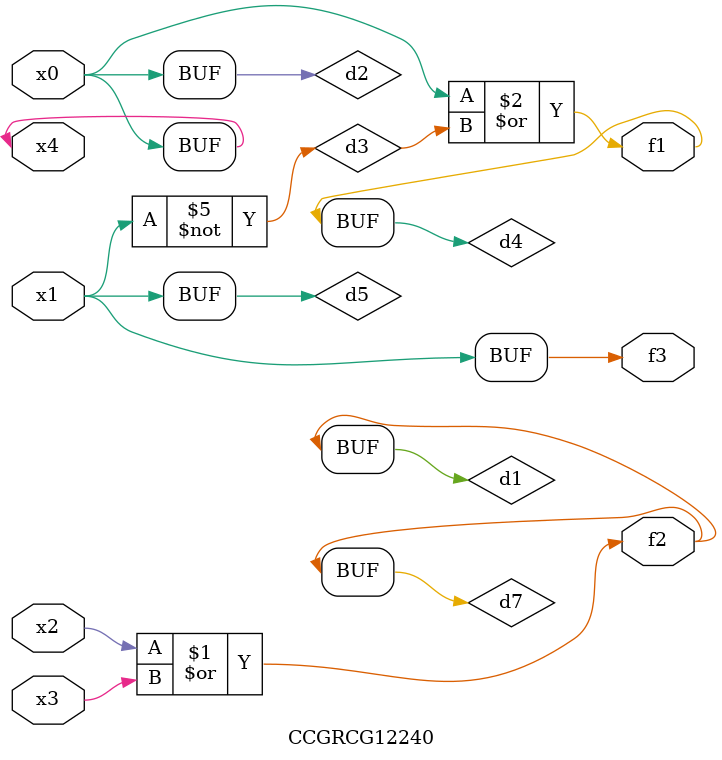
<source format=v>
module CCGRCG12240(
	input x0, x1, x2, x3, x4,
	output f1, f2, f3
);

	wire d1, d2, d3, d4, d5, d6, d7;

	or (d1, x2, x3);
	buf (d2, x0, x4);
	not (d3, x1);
	or (d4, d2, d3);
	not (d5, d3);
	nand (d6, d1, d3);
	or (d7, d1);
	assign f1 = d4;
	assign f2 = d7;
	assign f3 = d5;
endmodule

</source>
